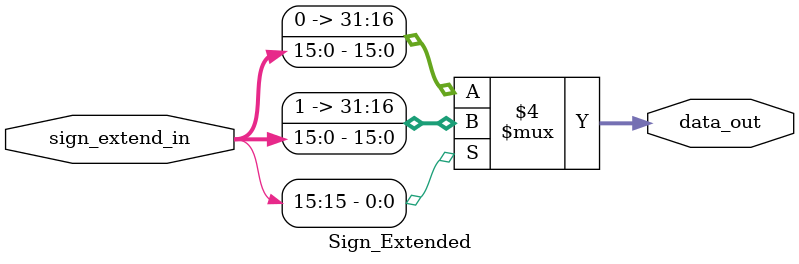
<source format=v>
module Sign_Extended(data_out, sign_extend_in);
	parameter n = 32;
	output reg [n-1:0] data_out;
	input [15:0] sign_extend_in;
	
	always @(*) begin
		if(sign_extend_in[15] == 1'b0) begin
			data_out = { {16{1'b0}}, sign_extend_in};
		end
		else begin
			data_out = { {16{1'b1}}, sign_extend_in};
		end
	end
endmodule
</source>
